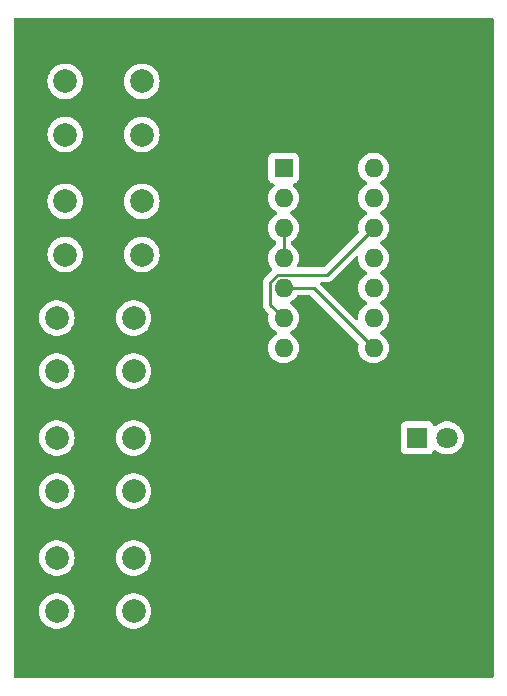
<source format=gbr>
%TF.GenerationSoftware,KiCad,Pcbnew,7.0.10*%
%TF.CreationDate,2024-05-08T18:11:24-05:00*%
%TF.ProjectId,pk16,706b3136-2e6b-4696-9361-645f70636258,rev?*%
%TF.SameCoordinates,Original*%
%TF.FileFunction,Copper,L2,Bot*%
%TF.FilePolarity,Positive*%
%FSLAX46Y46*%
G04 Gerber Fmt 4.6, Leading zero omitted, Abs format (unit mm)*
G04 Created by KiCad (PCBNEW 7.0.10) date 2024-05-08 18:11:24*
%MOMM*%
%LPD*%
G01*
G04 APERTURE LIST*
%TA.AperFunction,ComponentPad*%
%ADD10C,2.000000*%
%TD*%
%TA.AperFunction,ComponentPad*%
%ADD11C,1.800000*%
%TD*%
%TA.AperFunction,ComponentPad*%
%ADD12R,1.800000X1.800000*%
%TD*%
%TA.AperFunction,ComponentPad*%
%ADD13R,1.600000X1.600000*%
%TD*%
%TA.AperFunction,ComponentPad*%
%ADD14O,1.600000X1.600000*%
%TD*%
%TA.AperFunction,Conductor*%
%ADD15C,0.250000*%
%TD*%
G04 APERTURE END LIST*
D10*
%TO.P,SW5,1,1*%
%TO.N,+3.3V*%
X27940000Y-68580000D03*
X21440000Y-68580000D03*
%TO.P,SW5,2,2*%
%TO.N,Net-(SW5-Pad2)*%
X27940000Y-73080000D03*
X21440000Y-73080000D03*
%TD*%
%TO.P,SW4,1,1*%
%TO.N,+3.3V*%
X27940000Y-58420000D03*
X21440000Y-58420000D03*
%TO.P,SW4,2,2*%
%TO.N,Net-(SW4-Pad2)*%
X27940000Y-62920000D03*
X21440000Y-62920000D03*
%TD*%
%TO.P,SW3,1,1*%
%TO.N,+3.3V*%
X27940000Y-48260000D03*
X21440000Y-48260000D03*
%TO.P,SW3,2,2*%
%TO.N,Net-(SW3-Pad2)*%
X27940000Y-52760000D03*
X21440000Y-52760000D03*
%TD*%
%TO.P,SW2,1,1*%
%TO.N,+3.3V*%
X28650000Y-38390000D03*
X22150000Y-38390000D03*
%TO.P,SW2,2,2*%
%TO.N,Net-(SW2-Pad2)*%
X28650000Y-42890000D03*
X22150000Y-42890000D03*
%TD*%
%TO.P,SW1,2,2*%
%TO.N,Net-(SW1-Pad2)*%
X22150000Y-32730000D03*
X28650000Y-32730000D03*
%TO.P,SW1,1,1*%
%TO.N,+3.3V*%
X22150000Y-28230000D03*
X28650000Y-28230000D03*
%TD*%
D11*
%TO.P,D1,2,A*%
%TO.N,Net-(D1-A)*%
X54500000Y-58420000D03*
D12*
%TO.P,D1,1,K*%
%TO.N,GND*%
X51960000Y-58420000D03*
%TD*%
D13*
%TO.P,U1,1*%
%TO.N,Net-(SW1-Pad2)*%
X40640000Y-35560000D03*
D14*
%TO.P,U1,2*%
%TO.N,Net-(SW2-Pad2)*%
X40640000Y-38100000D03*
%TO.P,U1,3*%
%TO.N,Net-(U1-Pad3)*%
X40640000Y-40640000D03*
%TO.P,U1,4*%
X40640000Y-43180000D03*
%TO.P,U1,5*%
%TO.N,Net-(U1-Pad5)*%
X40640000Y-45720000D03*
%TO.P,U1,6*%
%TO.N,Net-(U1-Pad12)*%
X40640000Y-48260000D03*
%TO.P,U1,7,GND*%
%TO.N,GND*%
X40640000Y-50800000D03*
%TO.P,U1,8*%
%TO.N,Net-(U1-Pad5)*%
X48260000Y-50800000D03*
%TO.P,U1,9*%
%TO.N,Net-(SW3-Pad2)*%
X48260000Y-48260000D03*
%TO.P,U1,10*%
%TO.N,Net-(SW4-Pad2)*%
X48260000Y-45720000D03*
%TO.P,U1,11*%
%TO.N,Net-(D1-A)*%
X48260000Y-43180000D03*
%TO.P,U1,12*%
%TO.N,Net-(U1-Pad12)*%
X48260000Y-40640000D03*
%TO.P,U1,13*%
%TO.N,Net-(SW5-Pad2)*%
X48260000Y-38100000D03*
%TO.P,U1,14,VCC*%
%TO.N,+3.3V*%
X48260000Y-35560000D03*
%TD*%
D15*
%TO.N,Net-(U1-Pad12)*%
X40640000Y-48260000D02*
X39515000Y-47135000D01*
X39515000Y-47135000D02*
X39515000Y-45254009D01*
X39515000Y-45254009D02*
X40174009Y-44595000D01*
X40174009Y-44595000D02*
X44305000Y-44595000D01*
X44305000Y-44595000D02*
X48260000Y-40640000D01*
%TO.N,Net-(U1-Pad3)*%
X40640000Y-43180000D02*
X40640000Y-40640000D01*
%TO.N,Net-(U1-Pad5)*%
X40640000Y-45720000D02*
X43180000Y-45720000D01*
X43180000Y-45720000D02*
X48260000Y-50800000D01*
%TD*%
%TA.AperFunction,NonConductor*%
G36*
X58363039Y-22879685D02*
G01*
X58408794Y-22932489D01*
X58420000Y-22984000D01*
X58420000Y-78616000D01*
X58400315Y-78683039D01*
X58347511Y-78728794D01*
X58296000Y-78740000D01*
X17904000Y-78740000D01*
X17836961Y-78720315D01*
X17791206Y-78667511D01*
X17780000Y-78616000D01*
X17780000Y-73080005D01*
X19934357Y-73080005D01*
X19954890Y-73327812D01*
X19954892Y-73327824D01*
X20015936Y-73568881D01*
X20115826Y-73796606D01*
X20251833Y-74004782D01*
X20251836Y-74004785D01*
X20420256Y-74187738D01*
X20616491Y-74340474D01*
X20835190Y-74458828D01*
X21070386Y-74539571D01*
X21315665Y-74580500D01*
X21564335Y-74580500D01*
X21809614Y-74539571D01*
X22044810Y-74458828D01*
X22263509Y-74340474D01*
X22459744Y-74187738D01*
X22628164Y-74004785D01*
X22764173Y-73796607D01*
X22864063Y-73568881D01*
X22925108Y-73327821D01*
X22945643Y-73080005D01*
X26434357Y-73080005D01*
X26454890Y-73327812D01*
X26454892Y-73327824D01*
X26515936Y-73568881D01*
X26615826Y-73796606D01*
X26751833Y-74004782D01*
X26751836Y-74004785D01*
X26920256Y-74187738D01*
X27116491Y-74340474D01*
X27335190Y-74458828D01*
X27570386Y-74539571D01*
X27815665Y-74580500D01*
X28064335Y-74580500D01*
X28309614Y-74539571D01*
X28544810Y-74458828D01*
X28763509Y-74340474D01*
X28959744Y-74187738D01*
X29128164Y-74004785D01*
X29264173Y-73796607D01*
X29364063Y-73568881D01*
X29425108Y-73327821D01*
X29445643Y-73080000D01*
X29425108Y-72832179D01*
X29364063Y-72591119D01*
X29264173Y-72363393D01*
X29128166Y-72155217D01*
X29106557Y-72131744D01*
X28959744Y-71972262D01*
X28763509Y-71819526D01*
X28763507Y-71819525D01*
X28763506Y-71819524D01*
X28544811Y-71701172D01*
X28544802Y-71701169D01*
X28309616Y-71620429D01*
X28064335Y-71579500D01*
X27815665Y-71579500D01*
X27570383Y-71620429D01*
X27335197Y-71701169D01*
X27335188Y-71701172D01*
X27116493Y-71819524D01*
X26920257Y-71972261D01*
X26751833Y-72155217D01*
X26615826Y-72363393D01*
X26515936Y-72591118D01*
X26454892Y-72832175D01*
X26454890Y-72832187D01*
X26434357Y-73079994D01*
X26434357Y-73080005D01*
X22945643Y-73080005D01*
X22945643Y-73080000D01*
X22925108Y-72832179D01*
X22864063Y-72591119D01*
X22764173Y-72363393D01*
X22628166Y-72155217D01*
X22606557Y-72131744D01*
X22459744Y-71972262D01*
X22263509Y-71819526D01*
X22263507Y-71819525D01*
X22263506Y-71819524D01*
X22044811Y-71701172D01*
X22044802Y-71701169D01*
X21809616Y-71620429D01*
X21564335Y-71579500D01*
X21315665Y-71579500D01*
X21070383Y-71620429D01*
X20835197Y-71701169D01*
X20835188Y-71701172D01*
X20616493Y-71819524D01*
X20420257Y-71972261D01*
X20251833Y-72155217D01*
X20115826Y-72363393D01*
X20015936Y-72591118D01*
X19954892Y-72832175D01*
X19954890Y-72832187D01*
X19934357Y-73079994D01*
X19934357Y-73080005D01*
X17780000Y-73080005D01*
X17780000Y-68580005D01*
X19934357Y-68580005D01*
X19954890Y-68827812D01*
X19954892Y-68827824D01*
X20015936Y-69068881D01*
X20115826Y-69296606D01*
X20251833Y-69504782D01*
X20251836Y-69504785D01*
X20420256Y-69687738D01*
X20616491Y-69840474D01*
X20835190Y-69958828D01*
X21070386Y-70039571D01*
X21315665Y-70080500D01*
X21564335Y-70080500D01*
X21809614Y-70039571D01*
X22044810Y-69958828D01*
X22263509Y-69840474D01*
X22459744Y-69687738D01*
X22628164Y-69504785D01*
X22764173Y-69296607D01*
X22864063Y-69068881D01*
X22925108Y-68827821D01*
X22945643Y-68580005D01*
X26434357Y-68580005D01*
X26454890Y-68827812D01*
X26454892Y-68827824D01*
X26515936Y-69068881D01*
X26615826Y-69296606D01*
X26751833Y-69504782D01*
X26751836Y-69504785D01*
X26920256Y-69687738D01*
X27116491Y-69840474D01*
X27335190Y-69958828D01*
X27570386Y-70039571D01*
X27815665Y-70080500D01*
X28064335Y-70080500D01*
X28309614Y-70039571D01*
X28544810Y-69958828D01*
X28763509Y-69840474D01*
X28959744Y-69687738D01*
X29128164Y-69504785D01*
X29264173Y-69296607D01*
X29364063Y-69068881D01*
X29425108Y-68827821D01*
X29445643Y-68580000D01*
X29425108Y-68332179D01*
X29364063Y-68091119D01*
X29264173Y-67863393D01*
X29128166Y-67655217D01*
X29106557Y-67631744D01*
X28959744Y-67472262D01*
X28763509Y-67319526D01*
X28763507Y-67319525D01*
X28763506Y-67319524D01*
X28544811Y-67201172D01*
X28544802Y-67201169D01*
X28309616Y-67120429D01*
X28064335Y-67079500D01*
X27815665Y-67079500D01*
X27570383Y-67120429D01*
X27335197Y-67201169D01*
X27335188Y-67201172D01*
X27116493Y-67319524D01*
X26920257Y-67472261D01*
X26751833Y-67655217D01*
X26615826Y-67863393D01*
X26515936Y-68091118D01*
X26454892Y-68332175D01*
X26454890Y-68332187D01*
X26434357Y-68579994D01*
X26434357Y-68580005D01*
X22945643Y-68580005D01*
X22945643Y-68580000D01*
X22925108Y-68332179D01*
X22864063Y-68091119D01*
X22764173Y-67863393D01*
X22628166Y-67655217D01*
X22606557Y-67631744D01*
X22459744Y-67472262D01*
X22263509Y-67319526D01*
X22263507Y-67319525D01*
X22263506Y-67319524D01*
X22044811Y-67201172D01*
X22044802Y-67201169D01*
X21809616Y-67120429D01*
X21564335Y-67079500D01*
X21315665Y-67079500D01*
X21070383Y-67120429D01*
X20835197Y-67201169D01*
X20835188Y-67201172D01*
X20616493Y-67319524D01*
X20420257Y-67472261D01*
X20251833Y-67655217D01*
X20115826Y-67863393D01*
X20015936Y-68091118D01*
X19954892Y-68332175D01*
X19954890Y-68332187D01*
X19934357Y-68579994D01*
X19934357Y-68580005D01*
X17780000Y-68580005D01*
X17780000Y-62920005D01*
X19934357Y-62920005D01*
X19954890Y-63167812D01*
X19954892Y-63167824D01*
X20015936Y-63408881D01*
X20115826Y-63636606D01*
X20251833Y-63844782D01*
X20251836Y-63844785D01*
X20420256Y-64027738D01*
X20616491Y-64180474D01*
X20835190Y-64298828D01*
X21070386Y-64379571D01*
X21315665Y-64420500D01*
X21564335Y-64420500D01*
X21809614Y-64379571D01*
X22044810Y-64298828D01*
X22263509Y-64180474D01*
X22459744Y-64027738D01*
X22628164Y-63844785D01*
X22764173Y-63636607D01*
X22864063Y-63408881D01*
X22925108Y-63167821D01*
X22945643Y-62920005D01*
X26434357Y-62920005D01*
X26454890Y-63167812D01*
X26454892Y-63167824D01*
X26515936Y-63408881D01*
X26615826Y-63636606D01*
X26751833Y-63844782D01*
X26751836Y-63844785D01*
X26920256Y-64027738D01*
X27116491Y-64180474D01*
X27335190Y-64298828D01*
X27570386Y-64379571D01*
X27815665Y-64420500D01*
X28064335Y-64420500D01*
X28309614Y-64379571D01*
X28544810Y-64298828D01*
X28763509Y-64180474D01*
X28959744Y-64027738D01*
X29128164Y-63844785D01*
X29264173Y-63636607D01*
X29364063Y-63408881D01*
X29425108Y-63167821D01*
X29445643Y-62920000D01*
X29425108Y-62672179D01*
X29364063Y-62431119D01*
X29264173Y-62203393D01*
X29128166Y-61995217D01*
X29106557Y-61971744D01*
X28959744Y-61812262D01*
X28763509Y-61659526D01*
X28763507Y-61659525D01*
X28763506Y-61659524D01*
X28544811Y-61541172D01*
X28544802Y-61541169D01*
X28309616Y-61460429D01*
X28064335Y-61419500D01*
X27815665Y-61419500D01*
X27570383Y-61460429D01*
X27335197Y-61541169D01*
X27335188Y-61541172D01*
X27116493Y-61659524D01*
X26920257Y-61812261D01*
X26751833Y-61995217D01*
X26615826Y-62203393D01*
X26515936Y-62431118D01*
X26454892Y-62672175D01*
X26454890Y-62672187D01*
X26434357Y-62919994D01*
X26434357Y-62920005D01*
X22945643Y-62920005D01*
X22945643Y-62920000D01*
X22925108Y-62672179D01*
X22864063Y-62431119D01*
X22764173Y-62203393D01*
X22628166Y-61995217D01*
X22606557Y-61971744D01*
X22459744Y-61812262D01*
X22263509Y-61659526D01*
X22263507Y-61659525D01*
X22263506Y-61659524D01*
X22044811Y-61541172D01*
X22044802Y-61541169D01*
X21809616Y-61460429D01*
X21564335Y-61419500D01*
X21315665Y-61419500D01*
X21070383Y-61460429D01*
X20835197Y-61541169D01*
X20835188Y-61541172D01*
X20616493Y-61659524D01*
X20420257Y-61812261D01*
X20251833Y-61995217D01*
X20115826Y-62203393D01*
X20015936Y-62431118D01*
X19954892Y-62672175D01*
X19954890Y-62672187D01*
X19934357Y-62919994D01*
X19934357Y-62920005D01*
X17780000Y-62920005D01*
X17780000Y-58420005D01*
X19934357Y-58420005D01*
X19954890Y-58667812D01*
X19954892Y-58667824D01*
X20015936Y-58908881D01*
X20115826Y-59136606D01*
X20251833Y-59344782D01*
X20251836Y-59344785D01*
X20420256Y-59527738D01*
X20616491Y-59680474D01*
X20665392Y-59706938D01*
X20770456Y-59763796D01*
X20835190Y-59798828D01*
X21070386Y-59879571D01*
X21315665Y-59920500D01*
X21564335Y-59920500D01*
X21809614Y-59879571D01*
X22044810Y-59798828D01*
X22263509Y-59680474D01*
X22459744Y-59527738D01*
X22628164Y-59344785D01*
X22764173Y-59136607D01*
X22864063Y-58908881D01*
X22925108Y-58667821D01*
X22925109Y-58667812D01*
X22945643Y-58420005D01*
X26434357Y-58420005D01*
X26454890Y-58667812D01*
X26454892Y-58667824D01*
X26515936Y-58908881D01*
X26615826Y-59136606D01*
X26751833Y-59344782D01*
X26751836Y-59344785D01*
X26920256Y-59527738D01*
X27116491Y-59680474D01*
X27165392Y-59706938D01*
X27270456Y-59763796D01*
X27335190Y-59798828D01*
X27570386Y-59879571D01*
X27815665Y-59920500D01*
X28064335Y-59920500D01*
X28309614Y-59879571D01*
X28544810Y-59798828D01*
X28763509Y-59680474D01*
X28959744Y-59527738D01*
X29106913Y-59367870D01*
X50559500Y-59367870D01*
X50559501Y-59367876D01*
X50565908Y-59427483D01*
X50616202Y-59562328D01*
X50616206Y-59562335D01*
X50702452Y-59677544D01*
X50702455Y-59677547D01*
X50817664Y-59763793D01*
X50817671Y-59763797D01*
X50952517Y-59814091D01*
X50952516Y-59814091D01*
X50959444Y-59814835D01*
X51012127Y-59820500D01*
X52907872Y-59820499D01*
X52967483Y-59814091D01*
X53102331Y-59763796D01*
X53217546Y-59677546D01*
X53303796Y-59562331D01*
X53303798Y-59562326D01*
X53332455Y-59485493D01*
X53374326Y-59429559D01*
X53439790Y-59405141D01*
X53508063Y-59419992D01*
X53539866Y-59444843D01*
X53547302Y-59452920D01*
X53548215Y-59453912D01*
X53548222Y-59453918D01*
X53731365Y-59596464D01*
X53731371Y-59596468D01*
X53731374Y-59596470D01*
X53935497Y-59706936D01*
X54049487Y-59746068D01*
X54155015Y-59782297D01*
X54155017Y-59782297D01*
X54155019Y-59782298D01*
X54383951Y-59820500D01*
X54383952Y-59820500D01*
X54616048Y-59820500D01*
X54616049Y-59820500D01*
X54844981Y-59782298D01*
X55064503Y-59706936D01*
X55268626Y-59596470D01*
X55451784Y-59453913D01*
X55608979Y-59283153D01*
X55735924Y-59088849D01*
X55829157Y-58876300D01*
X55886134Y-58651305D01*
X55905300Y-58420000D01*
X55905300Y-58419994D01*
X55905300Y-58419993D01*
X55886135Y-58188702D01*
X55886133Y-58188691D01*
X55829157Y-57963699D01*
X55735924Y-57751151D01*
X55608983Y-57556852D01*
X55608980Y-57556849D01*
X55608979Y-57556847D01*
X55451784Y-57386087D01*
X55451779Y-57386083D01*
X55451777Y-57386081D01*
X55268634Y-57243535D01*
X55268628Y-57243531D01*
X55064504Y-57133064D01*
X55064495Y-57133061D01*
X54844984Y-57057702D01*
X54654450Y-57025908D01*
X54616049Y-57019500D01*
X54383951Y-57019500D01*
X54345550Y-57025908D01*
X54155015Y-57057702D01*
X53935504Y-57133061D01*
X53935495Y-57133064D01*
X53731371Y-57243531D01*
X53731365Y-57243535D01*
X53548222Y-57386081D01*
X53548218Y-57386085D01*
X53539866Y-57395158D01*
X53479979Y-57431148D01*
X53410141Y-57429047D01*
X53352525Y-57389522D01*
X53332455Y-57354507D01*
X53303797Y-57277671D01*
X53303793Y-57277664D01*
X53217547Y-57162455D01*
X53217544Y-57162452D01*
X53102335Y-57076206D01*
X53102328Y-57076202D01*
X52967482Y-57025908D01*
X52967483Y-57025908D01*
X52907883Y-57019501D01*
X52907881Y-57019500D01*
X52907873Y-57019500D01*
X52907864Y-57019500D01*
X51012129Y-57019500D01*
X51012123Y-57019501D01*
X50952516Y-57025908D01*
X50817671Y-57076202D01*
X50817664Y-57076206D01*
X50702455Y-57162452D01*
X50702452Y-57162455D01*
X50616206Y-57277664D01*
X50616202Y-57277671D01*
X50565908Y-57412517D01*
X50559501Y-57472116D01*
X50559500Y-57472135D01*
X50559500Y-59367870D01*
X29106913Y-59367870D01*
X29128164Y-59344785D01*
X29264173Y-59136607D01*
X29364063Y-58908881D01*
X29425108Y-58667821D01*
X29425109Y-58667812D01*
X29445643Y-58420005D01*
X29445643Y-58419994D01*
X29425109Y-58172187D01*
X29425107Y-58172175D01*
X29364063Y-57931118D01*
X29264173Y-57703393D01*
X29128166Y-57495217D01*
X29036055Y-57395158D01*
X28959744Y-57312262D01*
X28763509Y-57159526D01*
X28763507Y-57159525D01*
X28763506Y-57159524D01*
X28544811Y-57041172D01*
X28544802Y-57041169D01*
X28309616Y-56960429D01*
X28064335Y-56919500D01*
X27815665Y-56919500D01*
X27570383Y-56960429D01*
X27335197Y-57041169D01*
X27335188Y-57041172D01*
X27116493Y-57159524D01*
X26920257Y-57312261D01*
X26751833Y-57495217D01*
X26615826Y-57703393D01*
X26515936Y-57931118D01*
X26454892Y-58172175D01*
X26454890Y-58172187D01*
X26434357Y-58419994D01*
X26434357Y-58420005D01*
X22945643Y-58420005D01*
X22945643Y-58419994D01*
X22925109Y-58172187D01*
X22925107Y-58172175D01*
X22864063Y-57931118D01*
X22764173Y-57703393D01*
X22628166Y-57495217D01*
X22536055Y-57395158D01*
X22459744Y-57312262D01*
X22263509Y-57159526D01*
X22263507Y-57159525D01*
X22263506Y-57159524D01*
X22044811Y-57041172D01*
X22044802Y-57041169D01*
X21809616Y-56960429D01*
X21564335Y-56919500D01*
X21315665Y-56919500D01*
X21070383Y-56960429D01*
X20835197Y-57041169D01*
X20835188Y-57041172D01*
X20616493Y-57159524D01*
X20420257Y-57312261D01*
X20251833Y-57495217D01*
X20115826Y-57703393D01*
X20015936Y-57931118D01*
X19954892Y-58172175D01*
X19954890Y-58172187D01*
X19934357Y-58419994D01*
X19934357Y-58420005D01*
X17780000Y-58420005D01*
X17780000Y-52760005D01*
X19934357Y-52760005D01*
X19954890Y-53007812D01*
X19954892Y-53007824D01*
X20015936Y-53248881D01*
X20115826Y-53476606D01*
X20251833Y-53684782D01*
X20251836Y-53684785D01*
X20420256Y-53867738D01*
X20616491Y-54020474D01*
X20835190Y-54138828D01*
X21070386Y-54219571D01*
X21315665Y-54260500D01*
X21564335Y-54260500D01*
X21809614Y-54219571D01*
X22044810Y-54138828D01*
X22263509Y-54020474D01*
X22459744Y-53867738D01*
X22628164Y-53684785D01*
X22764173Y-53476607D01*
X22864063Y-53248881D01*
X22925108Y-53007821D01*
X22945643Y-52760005D01*
X26434357Y-52760005D01*
X26454890Y-53007812D01*
X26454892Y-53007824D01*
X26515936Y-53248881D01*
X26615826Y-53476606D01*
X26751833Y-53684782D01*
X26751836Y-53684785D01*
X26920256Y-53867738D01*
X27116491Y-54020474D01*
X27335190Y-54138828D01*
X27570386Y-54219571D01*
X27815665Y-54260500D01*
X28064335Y-54260500D01*
X28309614Y-54219571D01*
X28544810Y-54138828D01*
X28763509Y-54020474D01*
X28959744Y-53867738D01*
X29128164Y-53684785D01*
X29264173Y-53476607D01*
X29364063Y-53248881D01*
X29425108Y-53007821D01*
X29445643Y-52760000D01*
X29425108Y-52512179D01*
X29364063Y-52271119D01*
X29264173Y-52043393D01*
X29190461Y-51930568D01*
X29128166Y-51835217D01*
X29095788Y-51800045D01*
X28959744Y-51652262D01*
X28763509Y-51499526D01*
X28763507Y-51499525D01*
X28763506Y-51499524D01*
X28544811Y-51381172D01*
X28544802Y-51381169D01*
X28309616Y-51300429D01*
X28064335Y-51259500D01*
X27815665Y-51259500D01*
X27570383Y-51300429D01*
X27335197Y-51381169D01*
X27335188Y-51381172D01*
X27116493Y-51499524D01*
X26920257Y-51652261D01*
X26751833Y-51835217D01*
X26615826Y-52043393D01*
X26515936Y-52271118D01*
X26454892Y-52512175D01*
X26454890Y-52512187D01*
X26434357Y-52759994D01*
X26434357Y-52760005D01*
X22945643Y-52760005D01*
X22945643Y-52760000D01*
X22925108Y-52512179D01*
X22864063Y-52271119D01*
X22764173Y-52043393D01*
X22690461Y-51930568D01*
X22628166Y-51835217D01*
X22595788Y-51800045D01*
X22459744Y-51652262D01*
X22263509Y-51499526D01*
X22263507Y-51499525D01*
X22263506Y-51499524D01*
X22044811Y-51381172D01*
X22044802Y-51381169D01*
X21809616Y-51300429D01*
X21564335Y-51259500D01*
X21315665Y-51259500D01*
X21070383Y-51300429D01*
X20835197Y-51381169D01*
X20835188Y-51381172D01*
X20616493Y-51499524D01*
X20420257Y-51652261D01*
X20251833Y-51835217D01*
X20115826Y-52043393D01*
X20015936Y-52271118D01*
X19954892Y-52512175D01*
X19954890Y-52512187D01*
X19934357Y-52759994D01*
X19934357Y-52760005D01*
X17780000Y-52760005D01*
X17780000Y-48260005D01*
X19934357Y-48260005D01*
X19954890Y-48507812D01*
X19954892Y-48507824D01*
X20015936Y-48748881D01*
X20115826Y-48976606D01*
X20251833Y-49184782D01*
X20251836Y-49184785D01*
X20420256Y-49367738D01*
X20616491Y-49520474D01*
X20835190Y-49638828D01*
X21070386Y-49719571D01*
X21315665Y-49760500D01*
X21564335Y-49760500D01*
X21809614Y-49719571D01*
X22044810Y-49638828D01*
X22263509Y-49520474D01*
X22459744Y-49367738D01*
X22628164Y-49184785D01*
X22764173Y-48976607D01*
X22864063Y-48748881D01*
X22925108Y-48507821D01*
X22925109Y-48507812D01*
X22945643Y-48260005D01*
X26434357Y-48260005D01*
X26454890Y-48507812D01*
X26454892Y-48507824D01*
X26515936Y-48748881D01*
X26615826Y-48976606D01*
X26751833Y-49184782D01*
X26751836Y-49184785D01*
X26920256Y-49367738D01*
X27116491Y-49520474D01*
X27335190Y-49638828D01*
X27570386Y-49719571D01*
X27815665Y-49760500D01*
X28064335Y-49760500D01*
X28309614Y-49719571D01*
X28544810Y-49638828D01*
X28763509Y-49520474D01*
X28959744Y-49367738D01*
X29128164Y-49184785D01*
X29264173Y-48976607D01*
X29364063Y-48748881D01*
X29425108Y-48507821D01*
X29425109Y-48507812D01*
X29445643Y-48260005D01*
X29445643Y-48259994D01*
X29425109Y-48012187D01*
X29425107Y-48012175D01*
X29364063Y-47771118D01*
X29264173Y-47543393D01*
X29128166Y-47335217D01*
X29052349Y-47252858D01*
X28959744Y-47152262D01*
X28763509Y-46999526D01*
X28763507Y-46999525D01*
X28763506Y-46999524D01*
X28544811Y-46881172D01*
X28544802Y-46881169D01*
X28309616Y-46800429D01*
X28064335Y-46759500D01*
X27815665Y-46759500D01*
X27570383Y-46800429D01*
X27335197Y-46881169D01*
X27335188Y-46881172D01*
X27116493Y-46999524D01*
X26920257Y-47152261D01*
X26751833Y-47335217D01*
X26615826Y-47543393D01*
X26515936Y-47771118D01*
X26454892Y-48012175D01*
X26454890Y-48012187D01*
X26434357Y-48259994D01*
X26434357Y-48260005D01*
X22945643Y-48260005D01*
X22945643Y-48259994D01*
X22925109Y-48012187D01*
X22925107Y-48012175D01*
X22864063Y-47771118D01*
X22764173Y-47543393D01*
X22628166Y-47335217D01*
X22552349Y-47252858D01*
X22459744Y-47152262D01*
X22263509Y-46999526D01*
X22263507Y-46999525D01*
X22263506Y-46999524D01*
X22044811Y-46881172D01*
X22044802Y-46881169D01*
X21809616Y-46800429D01*
X21564335Y-46759500D01*
X21315665Y-46759500D01*
X21070383Y-46800429D01*
X20835197Y-46881169D01*
X20835188Y-46881172D01*
X20616493Y-46999524D01*
X20420257Y-47152261D01*
X20251833Y-47335217D01*
X20115826Y-47543393D01*
X20015936Y-47771118D01*
X19954892Y-48012175D01*
X19954890Y-48012187D01*
X19934357Y-48259994D01*
X19934357Y-48260005D01*
X17780000Y-48260005D01*
X17780000Y-45234205D01*
X38884840Y-45234205D01*
X38886322Y-45249880D01*
X38888950Y-45277683D01*
X38889500Y-45289352D01*
X38889500Y-47052255D01*
X38887775Y-47067872D01*
X38888061Y-47067899D01*
X38887326Y-47075665D01*
X38889439Y-47142872D01*
X38889500Y-47146767D01*
X38889500Y-47174357D01*
X38890003Y-47178335D01*
X38890918Y-47189967D01*
X38892290Y-47233624D01*
X38892291Y-47233627D01*
X38897880Y-47252867D01*
X38901824Y-47271911D01*
X38904336Y-47291792D01*
X38920414Y-47332403D01*
X38924197Y-47343452D01*
X38936381Y-47385388D01*
X38946580Y-47402634D01*
X38955138Y-47420103D01*
X38962514Y-47438732D01*
X38988181Y-47474060D01*
X38994593Y-47483821D01*
X39016828Y-47521417D01*
X39016833Y-47521424D01*
X39030990Y-47535580D01*
X39043628Y-47550376D01*
X39055405Y-47566586D01*
X39055406Y-47566587D01*
X39089057Y-47594425D01*
X39097698Y-47602288D01*
X39340586Y-47845177D01*
X39374071Y-47906500D01*
X39372680Y-47964949D01*
X39354367Y-48033296D01*
X39354364Y-48033313D01*
X39334532Y-48259999D01*
X39334532Y-48260001D01*
X39354364Y-48486686D01*
X39354366Y-48486697D01*
X39413258Y-48706488D01*
X39413261Y-48706497D01*
X39509431Y-48912732D01*
X39509432Y-48912734D01*
X39639954Y-49099141D01*
X39800858Y-49260045D01*
X39800861Y-49260047D01*
X39987266Y-49390568D01*
X40045275Y-49417618D01*
X40097714Y-49463791D01*
X40116866Y-49530984D01*
X40096650Y-49597865D01*
X40045275Y-49642382D01*
X39987267Y-49669431D01*
X39987265Y-49669432D01*
X39800858Y-49799954D01*
X39639954Y-49960858D01*
X39509432Y-50147265D01*
X39509431Y-50147267D01*
X39413261Y-50353502D01*
X39413258Y-50353511D01*
X39354366Y-50573302D01*
X39354364Y-50573313D01*
X39334532Y-50799998D01*
X39334532Y-50800001D01*
X39354364Y-51026686D01*
X39354366Y-51026697D01*
X39413258Y-51246488D01*
X39413261Y-51246497D01*
X39509431Y-51452732D01*
X39509432Y-51452734D01*
X39639954Y-51639141D01*
X39800858Y-51800045D01*
X39800861Y-51800047D01*
X39987266Y-51930568D01*
X40193504Y-52026739D01*
X40413308Y-52085635D01*
X40575230Y-52099801D01*
X40639998Y-52105468D01*
X40640000Y-52105468D01*
X40640002Y-52105468D01*
X40696673Y-52100509D01*
X40866692Y-52085635D01*
X41086496Y-52026739D01*
X41292734Y-51930568D01*
X41479139Y-51800047D01*
X41640047Y-51639139D01*
X41770568Y-51452734D01*
X41866739Y-51246496D01*
X41925635Y-51026692D01*
X41945468Y-50800000D01*
X41925635Y-50573308D01*
X41866739Y-50353504D01*
X41770568Y-50147266D01*
X41640047Y-49960861D01*
X41640045Y-49960858D01*
X41479141Y-49799954D01*
X41292734Y-49669432D01*
X41292728Y-49669429D01*
X41234725Y-49642382D01*
X41182285Y-49596210D01*
X41163133Y-49529017D01*
X41183348Y-49462135D01*
X41234725Y-49417618D01*
X41292734Y-49390568D01*
X41479139Y-49260047D01*
X41640047Y-49099139D01*
X41770568Y-48912734D01*
X41866739Y-48706496D01*
X41925635Y-48486692D01*
X41945468Y-48260000D01*
X41945467Y-48259994D01*
X41925635Y-48033313D01*
X41925635Y-48033308D01*
X41866739Y-47813504D01*
X41770568Y-47607266D01*
X41640047Y-47420861D01*
X41640045Y-47420858D01*
X41479141Y-47259954D01*
X41292734Y-47129432D01*
X41292728Y-47129429D01*
X41234725Y-47102382D01*
X41182285Y-47056210D01*
X41163133Y-46989017D01*
X41183348Y-46922135D01*
X41234725Y-46877618D01*
X41292734Y-46850568D01*
X41479139Y-46720047D01*
X41640047Y-46559139D01*
X41752613Y-46398377D01*
X41807189Y-46354752D01*
X41854188Y-46345500D01*
X42869548Y-46345500D01*
X42936587Y-46365185D01*
X42957229Y-46381819D01*
X46960586Y-50385177D01*
X46994071Y-50446500D01*
X46992680Y-50504949D01*
X46974367Y-50573296D01*
X46974364Y-50573313D01*
X46954532Y-50799999D01*
X46954532Y-50800001D01*
X46974364Y-51026686D01*
X46974366Y-51026697D01*
X47033258Y-51246488D01*
X47033261Y-51246497D01*
X47129431Y-51452732D01*
X47129432Y-51452734D01*
X47259954Y-51639141D01*
X47420858Y-51800045D01*
X47420861Y-51800047D01*
X47607266Y-51930568D01*
X47813504Y-52026739D01*
X48033308Y-52085635D01*
X48195230Y-52099801D01*
X48259998Y-52105468D01*
X48260000Y-52105468D01*
X48260002Y-52105468D01*
X48316673Y-52100509D01*
X48486692Y-52085635D01*
X48706496Y-52026739D01*
X48912734Y-51930568D01*
X49099139Y-51800047D01*
X49260047Y-51639139D01*
X49390568Y-51452734D01*
X49486739Y-51246496D01*
X49545635Y-51026692D01*
X49565468Y-50800000D01*
X49545635Y-50573308D01*
X49486739Y-50353504D01*
X49390568Y-50147266D01*
X49260047Y-49960861D01*
X49260045Y-49960858D01*
X49099141Y-49799954D01*
X48912734Y-49669432D01*
X48912728Y-49669429D01*
X48854725Y-49642382D01*
X48802285Y-49596210D01*
X48783133Y-49529017D01*
X48803348Y-49462135D01*
X48854725Y-49417618D01*
X48912734Y-49390568D01*
X49099139Y-49260047D01*
X49260047Y-49099139D01*
X49390568Y-48912734D01*
X49486739Y-48706496D01*
X49545635Y-48486692D01*
X49565468Y-48260000D01*
X49565467Y-48259994D01*
X49545635Y-48033313D01*
X49545635Y-48033308D01*
X49486739Y-47813504D01*
X49390568Y-47607266D01*
X49260047Y-47420861D01*
X49260045Y-47420858D01*
X49099141Y-47259954D01*
X48912734Y-47129432D01*
X48912728Y-47129429D01*
X48854725Y-47102382D01*
X48802285Y-47056210D01*
X48783133Y-46989017D01*
X48803348Y-46922135D01*
X48854725Y-46877618D01*
X48912734Y-46850568D01*
X49099139Y-46720047D01*
X49260047Y-46559139D01*
X49390568Y-46372734D01*
X49486739Y-46166496D01*
X49545635Y-45946692D01*
X49565468Y-45720000D01*
X49545635Y-45493308D01*
X49494151Y-45301166D01*
X49486741Y-45273511D01*
X49486738Y-45273502D01*
X49390568Y-45067266D01*
X49260047Y-44880861D01*
X49260045Y-44880858D01*
X49099141Y-44719954D01*
X48912734Y-44589432D01*
X48912728Y-44589429D01*
X48854725Y-44562382D01*
X48802285Y-44516210D01*
X48783133Y-44449017D01*
X48803348Y-44382135D01*
X48854725Y-44337618D01*
X48912734Y-44310568D01*
X49099139Y-44180047D01*
X49260047Y-44019139D01*
X49390568Y-43832734D01*
X49486739Y-43626496D01*
X49545635Y-43406692D01*
X49565468Y-43180000D01*
X49545635Y-42953308D01*
X49486739Y-42733504D01*
X49390568Y-42527266D01*
X49260047Y-42340861D01*
X49260045Y-42340858D01*
X49099141Y-42179954D01*
X48912734Y-42049432D01*
X48912728Y-42049429D01*
X48854725Y-42022382D01*
X48802285Y-41976210D01*
X48783133Y-41909017D01*
X48803348Y-41842135D01*
X48854725Y-41797618D01*
X48912734Y-41770568D01*
X49099139Y-41640047D01*
X49260047Y-41479139D01*
X49390568Y-41292734D01*
X49486739Y-41086496D01*
X49545635Y-40866692D01*
X49565468Y-40640000D01*
X49545635Y-40413308D01*
X49486739Y-40193504D01*
X49390568Y-39987266D01*
X49260047Y-39800861D01*
X49260045Y-39800858D01*
X49099141Y-39639954D01*
X48912734Y-39509432D01*
X48912728Y-39509429D01*
X48854725Y-39482382D01*
X48802285Y-39436210D01*
X48783133Y-39369017D01*
X48803348Y-39302135D01*
X48854725Y-39257618D01*
X48912734Y-39230568D01*
X49099139Y-39100047D01*
X49260047Y-38939139D01*
X49390568Y-38752734D01*
X49486739Y-38546496D01*
X49545635Y-38326692D01*
X49565468Y-38100000D01*
X49545635Y-37873308D01*
X49486739Y-37653504D01*
X49390568Y-37447266D01*
X49260047Y-37260861D01*
X49260045Y-37260858D01*
X49099141Y-37099954D01*
X48912734Y-36969432D01*
X48912728Y-36969429D01*
X48854725Y-36942382D01*
X48802285Y-36896210D01*
X48783133Y-36829017D01*
X48803348Y-36762135D01*
X48854725Y-36717618D01*
X48912734Y-36690568D01*
X49099139Y-36560047D01*
X49260047Y-36399139D01*
X49390568Y-36212734D01*
X49486739Y-36006496D01*
X49545635Y-35786692D01*
X49565468Y-35560000D01*
X49545635Y-35333308D01*
X49486739Y-35113504D01*
X49390568Y-34907266D01*
X49260047Y-34720861D01*
X49260045Y-34720858D01*
X49099141Y-34559954D01*
X48912734Y-34429432D01*
X48912732Y-34429431D01*
X48706497Y-34333261D01*
X48706488Y-34333258D01*
X48486697Y-34274366D01*
X48486693Y-34274365D01*
X48486692Y-34274365D01*
X48486691Y-34274364D01*
X48486686Y-34274364D01*
X48260002Y-34254532D01*
X48259998Y-34254532D01*
X48033313Y-34274364D01*
X48033302Y-34274366D01*
X47813511Y-34333258D01*
X47813502Y-34333261D01*
X47607267Y-34429431D01*
X47607265Y-34429432D01*
X47420858Y-34559954D01*
X47259954Y-34720858D01*
X47129432Y-34907265D01*
X47129431Y-34907267D01*
X47033261Y-35113502D01*
X47033258Y-35113511D01*
X46974366Y-35333302D01*
X46974364Y-35333313D01*
X46954532Y-35559998D01*
X46954532Y-35560001D01*
X46974364Y-35786686D01*
X46974366Y-35786697D01*
X47033258Y-36006488D01*
X47033261Y-36006497D01*
X47129431Y-36212732D01*
X47129432Y-36212734D01*
X47259954Y-36399141D01*
X47420858Y-36560045D01*
X47420861Y-36560047D01*
X47607266Y-36690568D01*
X47665275Y-36717618D01*
X47717714Y-36763791D01*
X47736866Y-36830984D01*
X47716650Y-36897865D01*
X47665275Y-36942382D01*
X47607267Y-36969431D01*
X47607265Y-36969432D01*
X47420858Y-37099954D01*
X47259954Y-37260858D01*
X47129432Y-37447265D01*
X47129431Y-37447267D01*
X47033261Y-37653502D01*
X47033258Y-37653511D01*
X46974366Y-37873302D01*
X46974364Y-37873313D01*
X46954532Y-38099998D01*
X46954532Y-38100001D01*
X46974364Y-38326686D01*
X46974366Y-38326697D01*
X47033258Y-38546488D01*
X47033261Y-38546497D01*
X47129431Y-38752732D01*
X47129432Y-38752734D01*
X47259954Y-38939141D01*
X47420858Y-39100045D01*
X47420861Y-39100047D01*
X47607266Y-39230568D01*
X47665275Y-39257618D01*
X47717714Y-39303791D01*
X47736866Y-39370984D01*
X47716650Y-39437865D01*
X47665275Y-39482382D01*
X47607267Y-39509431D01*
X47607265Y-39509432D01*
X47420858Y-39639954D01*
X47259954Y-39800858D01*
X47129432Y-39987265D01*
X47129431Y-39987267D01*
X47033261Y-40193502D01*
X47033258Y-40193511D01*
X46974366Y-40413302D01*
X46974364Y-40413313D01*
X46954532Y-40639998D01*
X46954532Y-40640000D01*
X46974364Y-40866686D01*
X46974365Y-40866691D01*
X46974366Y-40866697D01*
X46992680Y-40935048D01*
X46991017Y-41004897D01*
X46960586Y-41054821D01*
X44082228Y-43933181D01*
X44020905Y-43966666D01*
X43994547Y-43969500D01*
X41901434Y-43969500D01*
X41834395Y-43949815D01*
X41788640Y-43897011D01*
X41778696Y-43827853D01*
X41789052Y-43793095D01*
X41866739Y-43626496D01*
X41925635Y-43406692D01*
X41945468Y-43180000D01*
X41925635Y-42953308D01*
X41866739Y-42733504D01*
X41770568Y-42527266D01*
X41640047Y-42340861D01*
X41640045Y-42340858D01*
X41479140Y-42179953D01*
X41318377Y-42067386D01*
X41274752Y-42012809D01*
X41265500Y-41965811D01*
X41265500Y-41854188D01*
X41285185Y-41787149D01*
X41318377Y-41752613D01*
X41366836Y-41718681D01*
X41479139Y-41640047D01*
X41640047Y-41479139D01*
X41770568Y-41292734D01*
X41866739Y-41086496D01*
X41925635Y-40866692D01*
X41945468Y-40640000D01*
X41925635Y-40413308D01*
X41866739Y-40193504D01*
X41770568Y-39987266D01*
X41640047Y-39800861D01*
X41640045Y-39800858D01*
X41479141Y-39639954D01*
X41292734Y-39509432D01*
X41292728Y-39509429D01*
X41234725Y-39482382D01*
X41182285Y-39436210D01*
X41163133Y-39369017D01*
X41183348Y-39302135D01*
X41234725Y-39257618D01*
X41292734Y-39230568D01*
X41479139Y-39100047D01*
X41640047Y-38939139D01*
X41770568Y-38752734D01*
X41866739Y-38546496D01*
X41925635Y-38326692D01*
X41945468Y-38100000D01*
X41925635Y-37873308D01*
X41866739Y-37653504D01*
X41770568Y-37447266D01*
X41640047Y-37260861D01*
X41640045Y-37260858D01*
X41479143Y-37099956D01*
X41454536Y-37082726D01*
X41410912Y-37028149D01*
X41403719Y-36958650D01*
X41435241Y-36896296D01*
X41495471Y-36860882D01*
X41512404Y-36857861D01*
X41547483Y-36854091D01*
X41682331Y-36803796D01*
X41797546Y-36717546D01*
X41883796Y-36602331D01*
X41934091Y-36467483D01*
X41940500Y-36407873D01*
X41940499Y-34712128D01*
X41934091Y-34652517D01*
X41899567Y-34559954D01*
X41883797Y-34517671D01*
X41883793Y-34517664D01*
X41797547Y-34402455D01*
X41797544Y-34402452D01*
X41682335Y-34316206D01*
X41682328Y-34316202D01*
X41547482Y-34265908D01*
X41547483Y-34265908D01*
X41487883Y-34259501D01*
X41487881Y-34259500D01*
X41487873Y-34259500D01*
X41487864Y-34259500D01*
X39792129Y-34259500D01*
X39792123Y-34259501D01*
X39732516Y-34265908D01*
X39597671Y-34316202D01*
X39597664Y-34316206D01*
X39482455Y-34402452D01*
X39482452Y-34402455D01*
X39396206Y-34517664D01*
X39396202Y-34517671D01*
X39345908Y-34652517D01*
X39339501Y-34712116D01*
X39339501Y-34712123D01*
X39339500Y-34712135D01*
X39339500Y-36407870D01*
X39339501Y-36407876D01*
X39345908Y-36467483D01*
X39396202Y-36602328D01*
X39396206Y-36602335D01*
X39482452Y-36717544D01*
X39482455Y-36717547D01*
X39597664Y-36803793D01*
X39597671Y-36803797D01*
X39642618Y-36820561D01*
X39732517Y-36854091D01*
X39767596Y-36857862D01*
X39832144Y-36884599D01*
X39871993Y-36941991D01*
X39874488Y-37011816D01*
X39838836Y-37071905D01*
X39825464Y-37082725D01*
X39800858Y-37099954D01*
X39639954Y-37260858D01*
X39509432Y-37447265D01*
X39509431Y-37447267D01*
X39413261Y-37653502D01*
X39413258Y-37653511D01*
X39354366Y-37873302D01*
X39354364Y-37873313D01*
X39334532Y-38099998D01*
X39334532Y-38100001D01*
X39354364Y-38326686D01*
X39354366Y-38326697D01*
X39413258Y-38546488D01*
X39413261Y-38546497D01*
X39509431Y-38752732D01*
X39509432Y-38752734D01*
X39639954Y-38939141D01*
X39800858Y-39100045D01*
X39800861Y-39100047D01*
X39987266Y-39230568D01*
X40045275Y-39257618D01*
X40097714Y-39303791D01*
X40116866Y-39370984D01*
X40096650Y-39437865D01*
X40045275Y-39482382D01*
X39987267Y-39509431D01*
X39987265Y-39509432D01*
X39800858Y-39639954D01*
X39639954Y-39800858D01*
X39509432Y-39987265D01*
X39509431Y-39987267D01*
X39413261Y-40193502D01*
X39413258Y-40193511D01*
X39354366Y-40413302D01*
X39354364Y-40413313D01*
X39334532Y-40639998D01*
X39334532Y-40640001D01*
X39354364Y-40866686D01*
X39354366Y-40866697D01*
X39413258Y-41086488D01*
X39413261Y-41086497D01*
X39509431Y-41292732D01*
X39509432Y-41292734D01*
X39639954Y-41479141D01*
X39800858Y-41640045D01*
X39961623Y-41752613D01*
X40005248Y-41807189D01*
X40014500Y-41854188D01*
X40014500Y-41965811D01*
X39994815Y-42032850D01*
X39961623Y-42067386D01*
X39800859Y-42179953D01*
X39639954Y-42340858D01*
X39509432Y-42527265D01*
X39509431Y-42527267D01*
X39413261Y-42733502D01*
X39413258Y-42733511D01*
X39354366Y-42953302D01*
X39354364Y-42953313D01*
X39334532Y-43179998D01*
X39334532Y-43180001D01*
X39354364Y-43406686D01*
X39354366Y-43406697D01*
X39413258Y-43626488D01*
X39413261Y-43626497D01*
X39509431Y-43832732D01*
X39509432Y-43832734D01*
X39639951Y-44019137D01*
X39639952Y-44019138D01*
X39639953Y-44019139D01*
X39664934Y-44044120D01*
X39698419Y-44105441D01*
X39693436Y-44175133D01*
X39664934Y-44219482D01*
X39131208Y-44753208D01*
X39118951Y-44763029D01*
X39119134Y-44763250D01*
X39113122Y-44768223D01*
X39067098Y-44817232D01*
X39064391Y-44820025D01*
X39044889Y-44839526D01*
X39044875Y-44839543D01*
X39042407Y-44842724D01*
X39034843Y-44851579D01*
X39004937Y-44883427D01*
X39004936Y-44883429D01*
X38995284Y-44900985D01*
X38984610Y-44917235D01*
X38972329Y-44933070D01*
X38972324Y-44933077D01*
X38954975Y-44973167D01*
X38949838Y-44983653D01*
X38928803Y-45021915D01*
X38923822Y-45041316D01*
X38917521Y-45059719D01*
X38909562Y-45078111D01*
X38909561Y-45078114D01*
X38902728Y-45121252D01*
X38900360Y-45132683D01*
X38889501Y-45174980D01*
X38889500Y-45174991D01*
X38889500Y-45195025D01*
X38887973Y-45214424D01*
X38886738Y-45222224D01*
X38884840Y-45234205D01*
X17780000Y-45234205D01*
X17780000Y-42890005D01*
X20644357Y-42890005D01*
X20664890Y-43137812D01*
X20664892Y-43137824D01*
X20725936Y-43378881D01*
X20825826Y-43606606D01*
X20961833Y-43814782D01*
X20961836Y-43814785D01*
X21130256Y-43997738D01*
X21326491Y-44150474D01*
X21545190Y-44268828D01*
X21780386Y-44349571D01*
X22025665Y-44390500D01*
X22274335Y-44390500D01*
X22519614Y-44349571D01*
X22754810Y-44268828D01*
X22973509Y-44150474D01*
X23169744Y-43997738D01*
X23338164Y-43814785D01*
X23474173Y-43606607D01*
X23574063Y-43378881D01*
X23635108Y-43137821D01*
X23643429Y-43037407D01*
X23655643Y-42890005D01*
X27144357Y-42890005D01*
X27164890Y-43137812D01*
X27164892Y-43137824D01*
X27225936Y-43378881D01*
X27325826Y-43606606D01*
X27461833Y-43814782D01*
X27461836Y-43814785D01*
X27630256Y-43997738D01*
X27826491Y-44150474D01*
X28045190Y-44268828D01*
X28280386Y-44349571D01*
X28525665Y-44390500D01*
X28774335Y-44390500D01*
X29019614Y-44349571D01*
X29254810Y-44268828D01*
X29473509Y-44150474D01*
X29669744Y-43997738D01*
X29838164Y-43814785D01*
X29974173Y-43606607D01*
X30074063Y-43378881D01*
X30135108Y-43137821D01*
X30143429Y-43037407D01*
X30155643Y-42890005D01*
X30155643Y-42889994D01*
X30135109Y-42642187D01*
X30135107Y-42642175D01*
X30074063Y-42401118D01*
X29974173Y-42173393D01*
X29838166Y-41965217D01*
X29767810Y-41888790D01*
X29669744Y-41782262D01*
X29473509Y-41629526D01*
X29473507Y-41629525D01*
X29473506Y-41629524D01*
X29254811Y-41511172D01*
X29254802Y-41511169D01*
X29019616Y-41430429D01*
X28774335Y-41389500D01*
X28525665Y-41389500D01*
X28280383Y-41430429D01*
X28045197Y-41511169D01*
X28045188Y-41511172D01*
X27826493Y-41629524D01*
X27630257Y-41782261D01*
X27461833Y-41965217D01*
X27325826Y-42173393D01*
X27225936Y-42401118D01*
X27164892Y-42642175D01*
X27164890Y-42642187D01*
X27144357Y-42889994D01*
X27144357Y-42890005D01*
X23655643Y-42890005D01*
X23655643Y-42889994D01*
X23635109Y-42642187D01*
X23635107Y-42642175D01*
X23574063Y-42401118D01*
X23474173Y-42173393D01*
X23338166Y-41965217D01*
X23267810Y-41888790D01*
X23169744Y-41782262D01*
X22973509Y-41629526D01*
X22973507Y-41629525D01*
X22973506Y-41629524D01*
X22754811Y-41511172D01*
X22754802Y-41511169D01*
X22519616Y-41430429D01*
X22274335Y-41389500D01*
X22025665Y-41389500D01*
X21780383Y-41430429D01*
X21545197Y-41511169D01*
X21545188Y-41511172D01*
X21326493Y-41629524D01*
X21130257Y-41782261D01*
X20961833Y-41965217D01*
X20825826Y-42173393D01*
X20725936Y-42401118D01*
X20664892Y-42642175D01*
X20664890Y-42642187D01*
X20644357Y-42889994D01*
X20644357Y-42890005D01*
X17780000Y-42890005D01*
X17780000Y-38390005D01*
X20644357Y-38390005D01*
X20664890Y-38637812D01*
X20664892Y-38637824D01*
X20725936Y-38878881D01*
X20825826Y-39106606D01*
X20961833Y-39314782D01*
X20961836Y-39314785D01*
X21130256Y-39497738D01*
X21326491Y-39650474D01*
X21545190Y-39768828D01*
X21780386Y-39849571D01*
X22025665Y-39890500D01*
X22274335Y-39890500D01*
X22519614Y-39849571D01*
X22754810Y-39768828D01*
X22973509Y-39650474D01*
X23169744Y-39497738D01*
X23338164Y-39314785D01*
X23474173Y-39106607D01*
X23574063Y-38878881D01*
X23635108Y-38637821D01*
X23635109Y-38637812D01*
X23655643Y-38390005D01*
X27144357Y-38390005D01*
X27164890Y-38637812D01*
X27164892Y-38637824D01*
X27225936Y-38878881D01*
X27325826Y-39106606D01*
X27461833Y-39314782D01*
X27461836Y-39314785D01*
X27630256Y-39497738D01*
X27826491Y-39650474D01*
X28045190Y-39768828D01*
X28280386Y-39849571D01*
X28525665Y-39890500D01*
X28774335Y-39890500D01*
X29019614Y-39849571D01*
X29254810Y-39768828D01*
X29473509Y-39650474D01*
X29669744Y-39497738D01*
X29838164Y-39314785D01*
X29974173Y-39106607D01*
X30074063Y-38878881D01*
X30135108Y-38637821D01*
X30135109Y-38637812D01*
X30155643Y-38390005D01*
X30155643Y-38389994D01*
X30135109Y-38142187D01*
X30135107Y-38142175D01*
X30074063Y-37901118D01*
X29974173Y-37673393D01*
X29838166Y-37465217D01*
X29816557Y-37441744D01*
X29669744Y-37282262D01*
X29473509Y-37129526D01*
X29473507Y-37129525D01*
X29473506Y-37129524D01*
X29254811Y-37011172D01*
X29254802Y-37011169D01*
X29019616Y-36930429D01*
X28774335Y-36889500D01*
X28525665Y-36889500D01*
X28280383Y-36930429D01*
X28045197Y-37011169D01*
X28045188Y-37011172D01*
X27826493Y-37129524D01*
X27630257Y-37282261D01*
X27461833Y-37465217D01*
X27325826Y-37673393D01*
X27225936Y-37901118D01*
X27164892Y-38142175D01*
X27164890Y-38142187D01*
X27144357Y-38389994D01*
X27144357Y-38390005D01*
X23655643Y-38390005D01*
X23655643Y-38389994D01*
X23635109Y-38142187D01*
X23635107Y-38142175D01*
X23574063Y-37901118D01*
X23474173Y-37673393D01*
X23338166Y-37465217D01*
X23316557Y-37441744D01*
X23169744Y-37282262D01*
X22973509Y-37129526D01*
X22973507Y-37129525D01*
X22973506Y-37129524D01*
X22754811Y-37011172D01*
X22754802Y-37011169D01*
X22519616Y-36930429D01*
X22274335Y-36889500D01*
X22025665Y-36889500D01*
X21780383Y-36930429D01*
X21545197Y-37011169D01*
X21545188Y-37011172D01*
X21326493Y-37129524D01*
X21130257Y-37282261D01*
X20961833Y-37465217D01*
X20825826Y-37673393D01*
X20725936Y-37901118D01*
X20664892Y-38142175D01*
X20664890Y-38142187D01*
X20644357Y-38389994D01*
X20644357Y-38390005D01*
X17780000Y-38390005D01*
X17780000Y-32730005D01*
X20644357Y-32730005D01*
X20664890Y-32977812D01*
X20664892Y-32977824D01*
X20725936Y-33218881D01*
X20825826Y-33446606D01*
X20961833Y-33654782D01*
X20961836Y-33654785D01*
X21130256Y-33837738D01*
X21326491Y-33990474D01*
X21545190Y-34108828D01*
X21780386Y-34189571D01*
X22025665Y-34230500D01*
X22274335Y-34230500D01*
X22519614Y-34189571D01*
X22754810Y-34108828D01*
X22973509Y-33990474D01*
X23169744Y-33837738D01*
X23338164Y-33654785D01*
X23474173Y-33446607D01*
X23574063Y-33218881D01*
X23635108Y-32977821D01*
X23655643Y-32730005D01*
X27144357Y-32730005D01*
X27164890Y-32977812D01*
X27164892Y-32977824D01*
X27225936Y-33218881D01*
X27325826Y-33446606D01*
X27461833Y-33654782D01*
X27461836Y-33654785D01*
X27630256Y-33837738D01*
X27826491Y-33990474D01*
X28045190Y-34108828D01*
X28280386Y-34189571D01*
X28525665Y-34230500D01*
X28774335Y-34230500D01*
X29019614Y-34189571D01*
X29254810Y-34108828D01*
X29473509Y-33990474D01*
X29669744Y-33837738D01*
X29838164Y-33654785D01*
X29974173Y-33446607D01*
X30074063Y-33218881D01*
X30135108Y-32977821D01*
X30155643Y-32730000D01*
X30135108Y-32482179D01*
X30074063Y-32241119D01*
X29974173Y-32013393D01*
X29838166Y-31805217D01*
X29816557Y-31781744D01*
X29669744Y-31622262D01*
X29473509Y-31469526D01*
X29473507Y-31469525D01*
X29473506Y-31469524D01*
X29254811Y-31351172D01*
X29254802Y-31351169D01*
X29019616Y-31270429D01*
X28774335Y-31229500D01*
X28525665Y-31229500D01*
X28280383Y-31270429D01*
X28045197Y-31351169D01*
X28045188Y-31351172D01*
X27826493Y-31469524D01*
X27630257Y-31622261D01*
X27461833Y-31805217D01*
X27325826Y-32013393D01*
X27225936Y-32241118D01*
X27164892Y-32482175D01*
X27164890Y-32482187D01*
X27144357Y-32729994D01*
X27144357Y-32730005D01*
X23655643Y-32730005D01*
X23655643Y-32730000D01*
X23635108Y-32482179D01*
X23574063Y-32241119D01*
X23474173Y-32013393D01*
X23338166Y-31805217D01*
X23316557Y-31781744D01*
X23169744Y-31622262D01*
X22973509Y-31469526D01*
X22973507Y-31469525D01*
X22973506Y-31469524D01*
X22754811Y-31351172D01*
X22754802Y-31351169D01*
X22519616Y-31270429D01*
X22274335Y-31229500D01*
X22025665Y-31229500D01*
X21780383Y-31270429D01*
X21545197Y-31351169D01*
X21545188Y-31351172D01*
X21326493Y-31469524D01*
X21130257Y-31622261D01*
X20961833Y-31805217D01*
X20825826Y-32013393D01*
X20725936Y-32241118D01*
X20664892Y-32482175D01*
X20664890Y-32482187D01*
X20644357Y-32729994D01*
X20644357Y-32730005D01*
X17780000Y-32730005D01*
X17780000Y-28230005D01*
X20644357Y-28230005D01*
X20664890Y-28477812D01*
X20664892Y-28477824D01*
X20725936Y-28718881D01*
X20825826Y-28946606D01*
X20961833Y-29154782D01*
X20961836Y-29154785D01*
X21130256Y-29337738D01*
X21326491Y-29490474D01*
X21545190Y-29608828D01*
X21780386Y-29689571D01*
X22025665Y-29730500D01*
X22274335Y-29730500D01*
X22519614Y-29689571D01*
X22754810Y-29608828D01*
X22973509Y-29490474D01*
X23169744Y-29337738D01*
X23338164Y-29154785D01*
X23474173Y-28946607D01*
X23574063Y-28718881D01*
X23635108Y-28477821D01*
X23655643Y-28230005D01*
X27144357Y-28230005D01*
X27164890Y-28477812D01*
X27164892Y-28477824D01*
X27225936Y-28718881D01*
X27325826Y-28946606D01*
X27461833Y-29154782D01*
X27461836Y-29154785D01*
X27630256Y-29337738D01*
X27826491Y-29490474D01*
X28045190Y-29608828D01*
X28280386Y-29689571D01*
X28525665Y-29730500D01*
X28774335Y-29730500D01*
X29019614Y-29689571D01*
X29254810Y-29608828D01*
X29473509Y-29490474D01*
X29669744Y-29337738D01*
X29838164Y-29154785D01*
X29974173Y-28946607D01*
X30074063Y-28718881D01*
X30135108Y-28477821D01*
X30155643Y-28230000D01*
X30135108Y-27982179D01*
X30074063Y-27741119D01*
X29974173Y-27513393D01*
X29838166Y-27305217D01*
X29816557Y-27281744D01*
X29669744Y-27122262D01*
X29473509Y-26969526D01*
X29473507Y-26969525D01*
X29473506Y-26969524D01*
X29254811Y-26851172D01*
X29254802Y-26851169D01*
X29019616Y-26770429D01*
X28774335Y-26729500D01*
X28525665Y-26729500D01*
X28280383Y-26770429D01*
X28045197Y-26851169D01*
X28045188Y-26851172D01*
X27826493Y-26969524D01*
X27630257Y-27122261D01*
X27461833Y-27305217D01*
X27325826Y-27513393D01*
X27225936Y-27741118D01*
X27164892Y-27982175D01*
X27164890Y-27982187D01*
X27144357Y-28229994D01*
X27144357Y-28230005D01*
X23655643Y-28230005D01*
X23655643Y-28230000D01*
X23635108Y-27982179D01*
X23574063Y-27741119D01*
X23474173Y-27513393D01*
X23338166Y-27305217D01*
X23316557Y-27281744D01*
X23169744Y-27122262D01*
X22973509Y-26969526D01*
X22973507Y-26969525D01*
X22973506Y-26969524D01*
X22754811Y-26851172D01*
X22754802Y-26851169D01*
X22519616Y-26770429D01*
X22274335Y-26729500D01*
X22025665Y-26729500D01*
X21780383Y-26770429D01*
X21545197Y-26851169D01*
X21545188Y-26851172D01*
X21326493Y-26969524D01*
X21130257Y-27122261D01*
X20961833Y-27305217D01*
X20825826Y-27513393D01*
X20725936Y-27741118D01*
X20664892Y-27982175D01*
X20664890Y-27982187D01*
X20644357Y-28229994D01*
X20644357Y-28230005D01*
X17780000Y-28230005D01*
X17780000Y-22984000D01*
X17799685Y-22916961D01*
X17852489Y-22871206D01*
X17904000Y-22860000D01*
X58296000Y-22860000D01*
X58363039Y-22879685D01*
G37*
%TD.AperFunction*%
%TA.AperFunction,NonConductor*%
G36*
X46878196Y-43008906D02*
G01*
X46934129Y-43050778D01*
X46958546Y-43116242D01*
X46958390Y-43135894D01*
X46954532Y-43179996D01*
X46954532Y-43180001D01*
X46974364Y-43406686D01*
X46974366Y-43406697D01*
X47033258Y-43626488D01*
X47033261Y-43626497D01*
X47129431Y-43832732D01*
X47129432Y-43832734D01*
X47259954Y-44019141D01*
X47420858Y-44180045D01*
X47420861Y-44180047D01*
X47607266Y-44310568D01*
X47665275Y-44337618D01*
X47717714Y-44383791D01*
X47736866Y-44450984D01*
X47716650Y-44517865D01*
X47665275Y-44562382D01*
X47607267Y-44589431D01*
X47607265Y-44589432D01*
X47420858Y-44719954D01*
X47259954Y-44880858D01*
X47129432Y-45067265D01*
X47129431Y-45067267D01*
X47033261Y-45273502D01*
X47033258Y-45273511D01*
X46974366Y-45493302D01*
X46974364Y-45493313D01*
X46954532Y-45719998D01*
X46954532Y-45720001D01*
X46974364Y-45946686D01*
X46974366Y-45946697D01*
X47033258Y-46166488D01*
X47033261Y-46166497D01*
X47129431Y-46372732D01*
X47129432Y-46372734D01*
X47259954Y-46559141D01*
X47420858Y-46720045D01*
X47420861Y-46720047D01*
X47607266Y-46850568D01*
X47665275Y-46877618D01*
X47717714Y-46923791D01*
X47736866Y-46990984D01*
X47716650Y-47057865D01*
X47665275Y-47102382D01*
X47607267Y-47129431D01*
X47607265Y-47129432D01*
X47420858Y-47259954D01*
X47259954Y-47420858D01*
X47129432Y-47607265D01*
X47129431Y-47607267D01*
X47033261Y-47813502D01*
X47033258Y-47813511D01*
X46974366Y-48033302D01*
X46974364Y-48033313D01*
X46954532Y-48259998D01*
X46954532Y-48260003D01*
X46958390Y-48304104D01*
X46944623Y-48372603D01*
X46896007Y-48422786D01*
X46827979Y-48438719D01*
X46762135Y-48415343D01*
X46747181Y-48402591D01*
X45344116Y-46999526D01*
X43776772Y-45432181D01*
X43743287Y-45370858D01*
X43748271Y-45301166D01*
X43790143Y-45245233D01*
X43855607Y-45220816D01*
X43864453Y-45220500D01*
X44222257Y-45220500D01*
X44237877Y-45222224D01*
X44237904Y-45221939D01*
X44245660Y-45222671D01*
X44245667Y-45222673D01*
X44312873Y-45220561D01*
X44316768Y-45220500D01*
X44344346Y-45220500D01*
X44344350Y-45220500D01*
X44348324Y-45219997D01*
X44359963Y-45219080D01*
X44403627Y-45217709D01*
X44422869Y-45212117D01*
X44441912Y-45208174D01*
X44461792Y-45205664D01*
X44502401Y-45189585D01*
X44513444Y-45185803D01*
X44555390Y-45173618D01*
X44572629Y-45163422D01*
X44590103Y-45154862D01*
X44608727Y-45147488D01*
X44608727Y-45147487D01*
X44608732Y-45147486D01*
X44644083Y-45121800D01*
X44653814Y-45115408D01*
X44691420Y-45093170D01*
X44705589Y-45078999D01*
X44720379Y-45066368D01*
X44736587Y-45054594D01*
X44764438Y-45020926D01*
X44772279Y-45012309D01*
X46747183Y-43037405D01*
X46808504Y-43003922D01*
X46878196Y-43008906D01*
G37*
%TD.AperFunction*%
M02*

</source>
